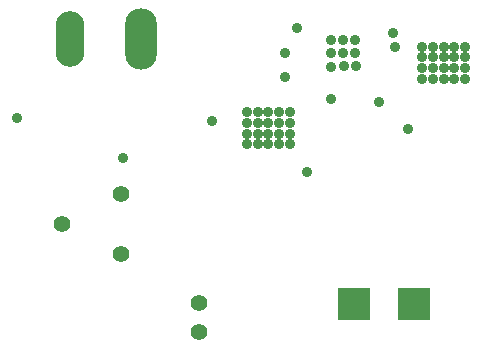
<source format=gbs>
G04*
G04 #@! TF.GenerationSoftware,Altium Limited,Altium Designer,20.0.2 (26)*
G04*
G04 Layer_Color=16711935*
%FSLAX44Y44*%
%MOMM*%
G71*
G01*
G75*
%ADD30C,1.4032*%
%ADD31R,2.7032X2.7032*%
%ADD32O,2.7032X5.2032*%
%ADD33O,2.4532X4.7032*%
%ADD34C,0.9032*%
D30*
X123250Y94500D02*
D03*
Y145500D02*
D03*
X72750Y120000D02*
D03*
X189230Y28140D02*
D03*
Y53140D02*
D03*
D31*
X370600Y52400D02*
D03*
X319800D02*
D03*
D32*
X140010Y276860D02*
D03*
D33*
X80010D02*
D03*
D34*
X265620Y196500D02*
D03*
Y205500D02*
D03*
X256600Y214500D02*
D03*
X247600D02*
D03*
X238600D02*
D03*
X265620Y214500D02*
D03*
Y187500D02*
D03*
X238600Y205500D02*
D03*
X247600D02*
D03*
X256600D02*
D03*
X229600D02*
D03*
X238600Y196500D02*
D03*
X247600D02*
D03*
X256600D02*
D03*
X229600D02*
D03*
X238600Y187500D02*
D03*
X247600D02*
D03*
X256600D02*
D03*
X229600D02*
D03*
Y214500D02*
D03*
X378000Y270000D02*
D03*
X34700Y209300D02*
D03*
X124600Y176100D02*
D03*
X262100Y264400D02*
D03*
X199600Y207100D02*
D03*
X311540Y253365D02*
D03*
X301135Y253175D02*
D03*
X310905Y264478D02*
D03*
X300500Y264287D02*
D03*
X321945Y253365D02*
D03*
X300500Y275400D02*
D03*
X321310Y275590D02*
D03*
X366000Y200000D02*
D03*
X272170Y285830D02*
D03*
X355000Y270000D02*
D03*
X378000Y243000D02*
D03*
X405000D02*
D03*
X396000D02*
D03*
X387000D02*
D03*
X378000Y252000D02*
D03*
X405000D02*
D03*
X396000D02*
D03*
X387000D02*
D03*
X378000Y261000D02*
D03*
X405000D02*
D03*
X396000D02*
D03*
X387000D02*
D03*
X414020Y243000D02*
D03*
Y270000D02*
D03*
X387000Y270000D02*
D03*
X396000D02*
D03*
X405000D02*
D03*
X414020Y261000D02*
D03*
Y252000D02*
D03*
X310905Y275590D02*
D03*
X321310Y264478D02*
D03*
X300990Y226060D02*
D03*
X262070Y244660D02*
D03*
X280670Y163830D02*
D03*
X353060Y281940D02*
D03*
X341630Y223520D02*
D03*
M02*

</source>
